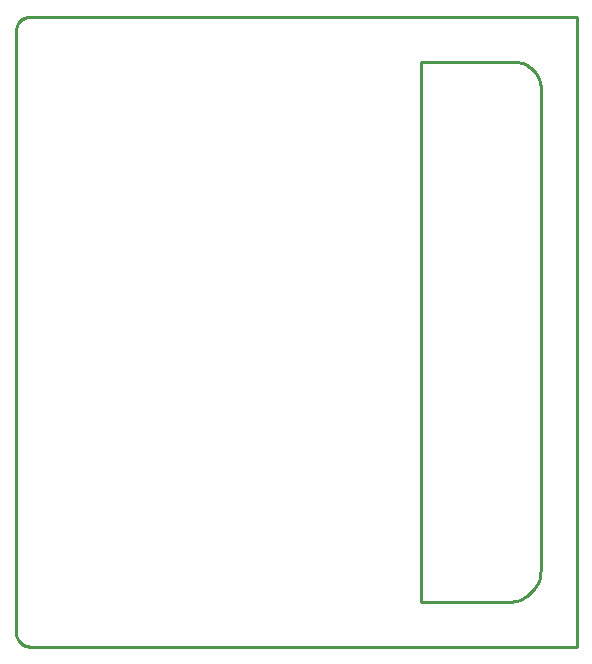
<source format=gbr>
G04 EAGLE Gerber RS-274X export*
G75*
%MOMM*%
%FSLAX34Y34*%
%LPD*%
%IN*%
%IPPOS*%
%AMOC8*
5,1,8,0,0,1.08239X$1,22.5*%
G01*
%ADD10C,0.254000*%


D10*
X0Y228600D02*
X48Y227493D01*
X193Y226395D01*
X433Y225313D01*
X766Y224256D01*
X1190Y223233D01*
X1701Y222250D01*
X2297Y221316D01*
X2971Y220437D01*
X3720Y219620D01*
X4537Y218871D01*
X5416Y218197D01*
X6350Y217601D01*
X7333Y217090D01*
X8356Y216666D01*
X9413Y216333D01*
X10495Y216093D01*
X11593Y215948D01*
X12700Y215900D01*
X474980Y215900D01*
X474980Y749300D01*
X12700Y749300D01*
X11593Y749252D01*
X10495Y749107D01*
X9413Y748867D01*
X8356Y748534D01*
X7333Y748110D01*
X6350Y747599D01*
X5416Y747003D01*
X4537Y746329D01*
X3720Y745580D01*
X2971Y744763D01*
X2297Y743884D01*
X1701Y742950D01*
X1190Y741967D01*
X766Y740944D01*
X433Y739887D01*
X193Y738805D01*
X48Y737707D01*
X0Y736600D01*
X0Y228600D01*
X342900Y254000D02*
X417560Y254000D01*
X419908Y254103D01*
X422238Y254409D01*
X424533Y254918D01*
X426774Y255625D01*
X428945Y256524D01*
X431030Y257609D01*
X433012Y258872D01*
X434877Y260303D01*
X436609Y261891D01*
X438197Y263623D01*
X439628Y265488D01*
X440891Y267470D01*
X441976Y269555D01*
X442875Y271726D01*
X443582Y273967D01*
X444091Y276262D01*
X444398Y278592D01*
X444500Y280940D01*
X444500Y688305D01*
X444413Y690300D01*
X444152Y692281D01*
X443720Y694231D01*
X443119Y696136D01*
X442355Y697981D01*
X441433Y699753D01*
X440360Y701437D01*
X439144Y703022D01*
X437794Y704494D01*
X436322Y705844D01*
X434737Y707060D01*
X433053Y708133D01*
X431281Y709055D01*
X429436Y709819D01*
X427531Y710420D01*
X425581Y710852D01*
X423600Y711113D01*
X421605Y711200D01*
X342900Y711200D01*
X342900Y254000D01*
M02*

</source>
